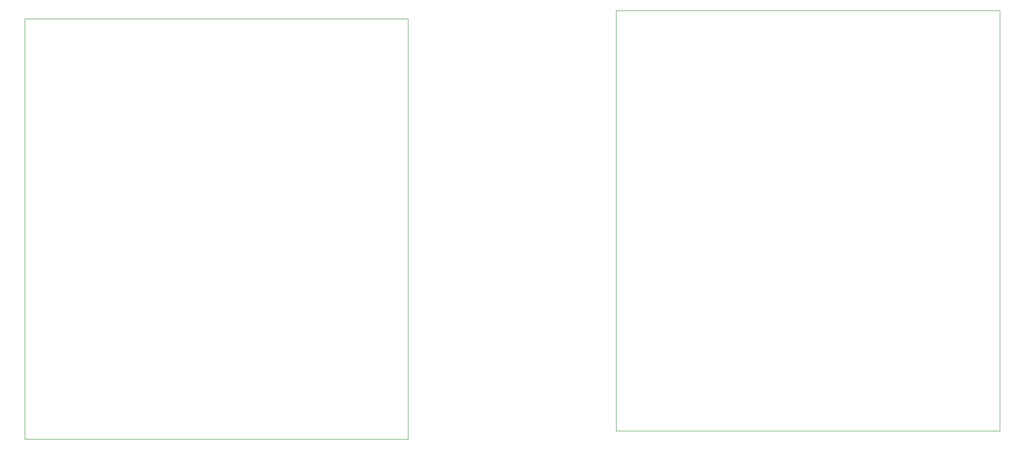
<source format=gbr>
%TF.GenerationSoftware,KiCad,Pcbnew,8.0.3*%
%TF.CreationDate,2024-06-16T03:37:04+05:30*%
%TF.ProjectId,labRF,6c616252-462e-46b6-9963-61645f706362,rev?*%
%TF.SameCoordinates,Original*%
%TF.FileFunction,Profile,NP*%
%FSLAX46Y46*%
G04 Gerber Fmt 4.6, Leading zero omitted, Abs format (unit mm)*
G04 Created by KiCad (PCBNEW 8.0.3) date 2024-06-16 03:37:04*
%MOMM*%
%LPD*%
G01*
G04 APERTURE LIST*
%TA.AperFunction,Profile*%
%ADD10C,0.050000*%
%TD*%
G04 APERTURE END LIST*
D10*
X147000000Y-28000000D02*
X218000000Y-28000000D01*
X218000000Y-106000000D01*
X147000000Y-106000000D01*
X147000000Y-28000000D01*
X37500000Y-29500000D02*
X108500000Y-29500000D01*
X108500000Y-107500000D01*
X37500000Y-107500000D01*
X37500000Y-29500000D01*
M02*

</source>
